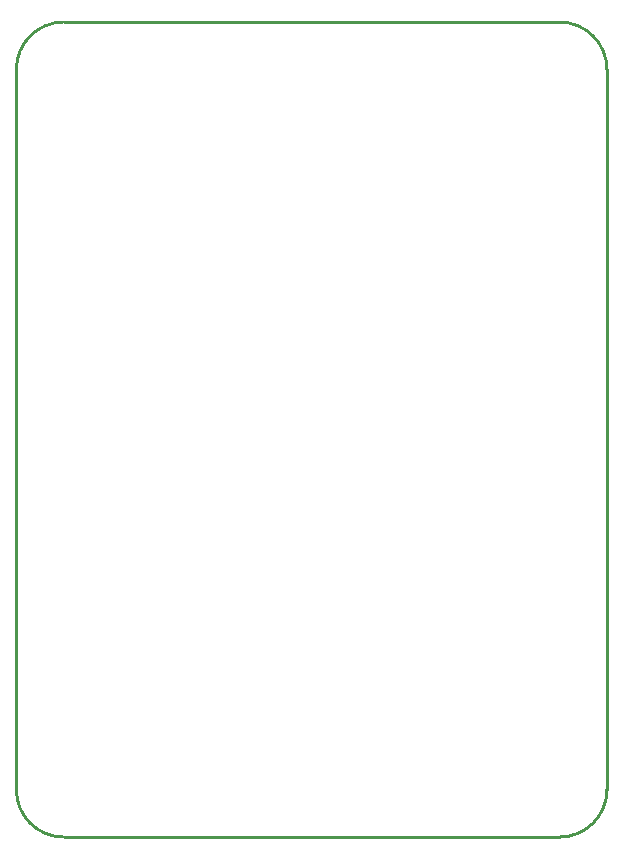
<source format=gm1>
G04 Layer_Color=65535*
%FSLAX25Y25*%
%MOIN*%
G70*
G01*
G75*
%ADD53C,0.01000*%
D53*
X393701Y452756D02*
G03*
X377953Y468504I-15748J0D01*
G01*
X212598D02*
G03*
X196850Y452756I0J-15748D01*
G01*
Y212598D02*
G03*
X212598Y196850I15748J0D01*
G01*
X377953D02*
G03*
X393701Y212598I0J15748D01*
G01*
X212598Y468504D02*
X377953D01*
X212598Y196850D02*
X377953D01*
X196850Y212598D02*
Y452756D01*
X393701Y212598D02*
Y452756D01*
M02*

</source>
